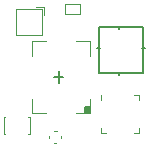
<source format=gbr>
%TF.GenerationSoftware,KiCad,Pcbnew,8.0.7*%
%TF.CreationDate,2025-01-06T01:22:01-08:00*%
%TF.ProjectId,Miniscope-v4-Wire-Free,4d696e69-7363-46f7-9065-2d76342d5769,rev?*%
%TF.SameCoordinates,Original*%
%TF.FileFunction,Legend,Bot*%
%TF.FilePolarity,Positive*%
%FSLAX46Y46*%
G04 Gerber Fmt 4.6, Leading zero omitted, Abs format (unit mm)*
G04 Created by KiCad (PCBNEW 8.0.7) date 2025-01-06 01:22:01*
%MOMM*%
%LPD*%
G01*
G04 APERTURE LIST*
%ADD10C,0.152400*%
%ADD11C,0.120000*%
%ADD12C,0.150000*%
%ADD13C,0.100000*%
G04 APERTURE END LIST*
D10*
%TO.C,U6*%
X91153040Y-61998302D02*
X91401500Y-61998302D01*
X91274500Y-64141300D02*
X87489900Y-64141300D01*
X89182302Y-60382100D02*
X89182302Y-60128100D01*
X91274500Y-60255100D02*
X91274500Y-64141300D01*
X87611360Y-61998302D02*
X87362900Y-61998302D01*
X89182302Y-64014300D02*
X89182302Y-64268300D01*
X87489900Y-60255100D02*
X91274500Y-60255100D01*
X87489900Y-64141300D02*
X87489900Y-60255100D01*
D11*
%TO.C,U8*%
X86766000Y-67559600D02*
X86766000Y-66324600D01*
X85531000Y-61419600D02*
X86766000Y-61419600D01*
X83061000Y-61419600D02*
X81826000Y-61419600D01*
D12*
X84121000Y-64989600D02*
X84121000Y-63989600D01*
D11*
X83061000Y-67559600D02*
X81826000Y-67559600D01*
X85531000Y-67559600D02*
X86766000Y-67559600D01*
D12*
X83696000Y-64489600D02*
X84496000Y-64489600D01*
D11*
X81826000Y-61419600D02*
X81826000Y-62654600D01*
X86766000Y-61419600D02*
X86766000Y-62654600D01*
X81826000Y-67559600D02*
X81826000Y-66324600D01*
D12*
X86746000Y-67539600D02*
X86296000Y-67539600D01*
X86296000Y-66989600D01*
X86746000Y-66989600D01*
X86746000Y-67539600D01*
G36*
X86746000Y-67539600D02*
G01*
X86296000Y-67539600D01*
X86296000Y-66989600D01*
X86746000Y-66989600D01*
X86746000Y-67539600D01*
G37*
D11*
%TO.C,U4*%
X82659000Y-58723300D02*
X80459000Y-58723300D01*
X82159000Y-58523300D02*
X82859000Y-58523300D01*
X82659000Y-60923300D02*
X82659000Y-58723300D01*
X80459000Y-58723300D02*
X80459000Y-60923300D01*
X82859000Y-58523300D02*
X82859000Y-59223300D01*
X80459000Y-60923300D02*
X82659000Y-60923300D01*
D13*
%TO.C,U9*%
X79488400Y-69285600D02*
X79488400Y-67885600D01*
X81648400Y-67885600D02*
X81538400Y-67885600D01*
X79488400Y-67885600D02*
X79598400Y-67885600D01*
X79598400Y-69285600D02*
X79488400Y-69285600D01*
X81538400Y-69285600D02*
X81648400Y-69285600D01*
X81648400Y-69285600D02*
X81648400Y-67885600D01*
%TO.C,U7*%
X83669600Y-69050800D02*
X83969600Y-69050800D01*
X83319600Y-69650800D02*
X83319600Y-69450800D01*
X84319600Y-69450800D02*
X84319600Y-69650800D01*
X83919600Y-70050800D02*
X83719600Y-70050800D01*
D11*
%TO.C,U1*%
X87670600Y-69231100D02*
X88120600Y-69231100D01*
X90890600Y-69231100D02*
X90440600Y-69231100D01*
X90890600Y-66461100D02*
X90890600Y-66011100D01*
X87670600Y-66461100D02*
X87670600Y-66011100D01*
X87670600Y-68781100D02*
X87670600Y-69231100D01*
X90890600Y-66011100D02*
X90440600Y-66011100D01*
X90890600Y-68781100D02*
X90890600Y-69231100D01*
%TO.C,Q2*%
X84640600Y-59141000D02*
X85940600Y-59141000D01*
X84640600Y-58261000D02*
X84640600Y-59141000D01*
X85940600Y-58261000D02*
X84640600Y-58261000D01*
X85940600Y-59141000D02*
X85940600Y-58261000D01*
%TD*%
M02*

</source>
